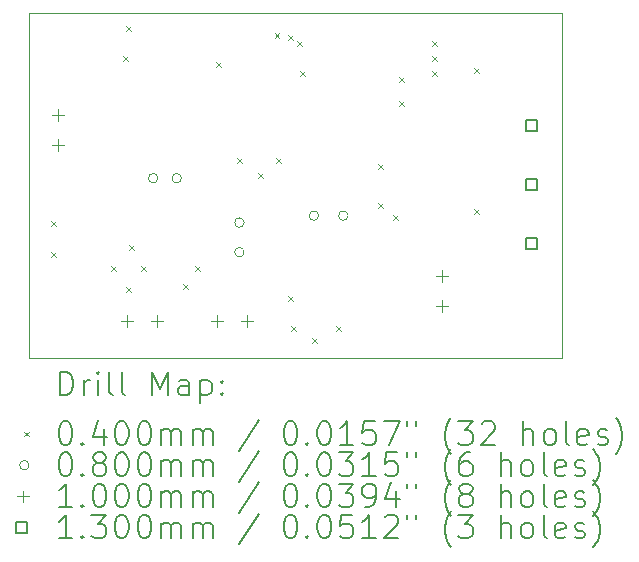
<source format=gbr>
%TF.GenerationSoftware,KiCad,Pcbnew,9.0.0-9.0.0-2~ubuntu24.04.1*%
%TF.CreationDate,2025-03-29T11:10:48-07:00*%
%TF.ProjectId,aud_chain2,6175645f-6368-4616-996e-322e6b696361,rev?*%
%TF.SameCoordinates,Original*%
%TF.FileFunction,Drillmap*%
%TF.FilePolarity,Positive*%
%FSLAX45Y45*%
G04 Gerber Fmt 4.5, Leading zero omitted, Abs format (unit mm)*
G04 Created by KiCad (PCBNEW 9.0.0-9.0.0-2~ubuntu24.04.1) date 2025-03-29 11:10:48*
%MOMM*%
%LPD*%
G01*
G04 APERTURE LIST*
%ADD10C,0.050000*%
%ADD11C,0.200000*%
%ADD12C,0.100000*%
%ADD13C,0.130000*%
G04 APERTURE END LIST*
D10*
X5080000Y-12700000D02*
X9588500Y-12700000D01*
X9588500Y-15621000D01*
X5080000Y-15621000D01*
X5080000Y-12700000D01*
D11*
D12*
X5263200Y-14458000D02*
X5303200Y-14498000D01*
X5303200Y-14458000D02*
X5263200Y-14498000D01*
X5263200Y-14724700D02*
X5303200Y-14764700D01*
X5303200Y-14724700D02*
X5263200Y-14764700D01*
X5771200Y-14839000D02*
X5811200Y-14879000D01*
X5811200Y-14839000D02*
X5771200Y-14879000D01*
X5872800Y-13061000D02*
X5912800Y-13101000D01*
X5912800Y-13061000D02*
X5872800Y-13101000D01*
X5898200Y-12807000D02*
X5938200Y-12847000D01*
X5938200Y-12807000D02*
X5898200Y-12847000D01*
X5898200Y-15016800D02*
X5938200Y-15056800D01*
X5938200Y-15016800D02*
X5898200Y-15056800D01*
X5923600Y-14661200D02*
X5963600Y-14701200D01*
X5963600Y-14661200D02*
X5923600Y-14701200D01*
X6025200Y-14839000D02*
X6065200Y-14879000D01*
X6065200Y-14839000D02*
X6025200Y-14879000D01*
X6380800Y-14991400D02*
X6420800Y-15031400D01*
X6420800Y-14991400D02*
X6380800Y-15031400D01*
X6482400Y-14839000D02*
X6522400Y-14879000D01*
X6522400Y-14839000D02*
X6482400Y-14879000D01*
X6660200Y-13111800D02*
X6700200Y-13151800D01*
X6700200Y-13111800D02*
X6660200Y-13151800D01*
X6838000Y-13924600D02*
X6878000Y-13964600D01*
X6878000Y-13924600D02*
X6838000Y-13964600D01*
X7015800Y-14051600D02*
X7055800Y-14091600D01*
X7055800Y-14051600D02*
X7015800Y-14091600D01*
X7155500Y-12870500D02*
X7195500Y-12910500D01*
X7195500Y-12870500D02*
X7155500Y-12910500D01*
X7168200Y-13924600D02*
X7208200Y-13964600D01*
X7208200Y-13924600D02*
X7168200Y-13964600D01*
X7269800Y-12883200D02*
X7309800Y-12923200D01*
X7309800Y-12883200D02*
X7269800Y-12923200D01*
X7269800Y-15093000D02*
X7309800Y-15133000D01*
X7309800Y-15093000D02*
X7269800Y-15133000D01*
X7295200Y-15347000D02*
X7335200Y-15387000D01*
X7335200Y-15347000D02*
X7295200Y-15387000D01*
X7346000Y-12934000D02*
X7386000Y-12974000D01*
X7386000Y-12934000D02*
X7346000Y-12974000D01*
X7371400Y-13188000D02*
X7411400Y-13228000D01*
X7411400Y-13188000D02*
X7371400Y-13228000D01*
X7473000Y-15448600D02*
X7513000Y-15488600D01*
X7513000Y-15448600D02*
X7473000Y-15488600D01*
X7676200Y-15347000D02*
X7716200Y-15387000D01*
X7716200Y-15347000D02*
X7676200Y-15387000D01*
X8031800Y-13975400D02*
X8071800Y-14015400D01*
X8071800Y-13975400D02*
X8031800Y-14015400D01*
X8031800Y-14305600D02*
X8071800Y-14345600D01*
X8071800Y-14305600D02*
X8031800Y-14345600D01*
X8158800Y-14407200D02*
X8198800Y-14447200D01*
X8198800Y-14407200D02*
X8158800Y-14447200D01*
X8209600Y-13238800D02*
X8249600Y-13278800D01*
X8249600Y-13238800D02*
X8209600Y-13278800D01*
X8209600Y-13442000D02*
X8249600Y-13482000D01*
X8249600Y-13442000D02*
X8209600Y-13482000D01*
X8489000Y-12934000D02*
X8529000Y-12974000D01*
X8529000Y-12934000D02*
X8489000Y-12974000D01*
X8489000Y-13061000D02*
X8529000Y-13101000D01*
X8529000Y-13061000D02*
X8489000Y-13101000D01*
X8489000Y-13188000D02*
X8529000Y-13228000D01*
X8529000Y-13188000D02*
X8489000Y-13228000D01*
X8844600Y-13162600D02*
X8884600Y-13202600D01*
X8884600Y-13162600D02*
X8844600Y-13202600D01*
X8844600Y-14356400D02*
X8884600Y-14396400D01*
X8884600Y-14356400D02*
X8844600Y-14396400D01*
X6167489Y-14097000D02*
G75*
G02*
X6087489Y-14097000I-40000J0D01*
G01*
X6087489Y-14097000D02*
G75*
G02*
X6167489Y-14097000I40000J0D01*
G01*
X6367489Y-14097000D02*
G75*
G02*
X6287489Y-14097000I-40000J0D01*
G01*
X6287489Y-14097000D02*
G75*
G02*
X6367489Y-14097000I40000J0D01*
G01*
X6898000Y-14473238D02*
G75*
G02*
X6818000Y-14473238I-40000J0D01*
G01*
X6818000Y-14473238D02*
G75*
G02*
X6898000Y-14473238I40000J0D01*
G01*
X6898000Y-14723238D02*
G75*
G02*
X6818000Y-14723238I-40000J0D01*
G01*
X6818000Y-14723238D02*
G75*
G02*
X6898000Y-14723238I40000J0D01*
G01*
X7528238Y-14414500D02*
G75*
G02*
X7448238Y-14414500I-40000J0D01*
G01*
X7448238Y-14414500D02*
G75*
G02*
X7528238Y-14414500I40000J0D01*
G01*
X7778238Y-14414500D02*
G75*
G02*
X7698238Y-14414500I-40000J0D01*
G01*
X7698238Y-14414500D02*
G75*
G02*
X7778238Y-14414500I40000J0D01*
G01*
X5321300Y-13513100D02*
X5321300Y-13613100D01*
X5271300Y-13563100D02*
X5371300Y-13563100D01*
X5321300Y-13767100D02*
X5321300Y-13867100D01*
X5271300Y-13817100D02*
X5371300Y-13817100D01*
X5905000Y-15253500D02*
X5905000Y-15353500D01*
X5855000Y-15303500D02*
X5955000Y-15303500D01*
X6159000Y-15253500D02*
X6159000Y-15353500D01*
X6109000Y-15303500D02*
X6209000Y-15303500D01*
X6668000Y-15253500D02*
X6668000Y-15353500D01*
X6618000Y-15303500D02*
X6718000Y-15303500D01*
X6922000Y-15253500D02*
X6922000Y-15353500D01*
X6872000Y-15303500D02*
X6972000Y-15303500D01*
X8572500Y-14873000D02*
X8572500Y-14973000D01*
X8522500Y-14923000D02*
X8622500Y-14923000D01*
X8572500Y-15127000D02*
X8572500Y-15227000D01*
X8522500Y-15177000D02*
X8622500Y-15177000D01*
D13*
X9380462Y-13698462D02*
X9380462Y-13606538D01*
X9288538Y-13606538D01*
X9288538Y-13698462D01*
X9380462Y-13698462D01*
X9380462Y-14198462D02*
X9380462Y-14106538D01*
X9288538Y-14106538D01*
X9288538Y-14198462D01*
X9380462Y-14198462D01*
X9380462Y-14698462D02*
X9380462Y-14606538D01*
X9288538Y-14606538D01*
X9288538Y-14698462D01*
X9380462Y-14698462D01*
D11*
X5338277Y-15934984D02*
X5338277Y-15734984D01*
X5338277Y-15734984D02*
X5385896Y-15734984D01*
X5385896Y-15734984D02*
X5414467Y-15744508D01*
X5414467Y-15744508D02*
X5433515Y-15763555D01*
X5433515Y-15763555D02*
X5443039Y-15782603D01*
X5443039Y-15782603D02*
X5452563Y-15820698D01*
X5452563Y-15820698D02*
X5452563Y-15849269D01*
X5452563Y-15849269D02*
X5443039Y-15887365D01*
X5443039Y-15887365D02*
X5433515Y-15906412D01*
X5433515Y-15906412D02*
X5414467Y-15925460D01*
X5414467Y-15925460D02*
X5385896Y-15934984D01*
X5385896Y-15934984D02*
X5338277Y-15934984D01*
X5538277Y-15934984D02*
X5538277Y-15801650D01*
X5538277Y-15839746D02*
X5547801Y-15820698D01*
X5547801Y-15820698D02*
X5557324Y-15811174D01*
X5557324Y-15811174D02*
X5576372Y-15801650D01*
X5576372Y-15801650D02*
X5595420Y-15801650D01*
X5662086Y-15934984D02*
X5662086Y-15801650D01*
X5662086Y-15734984D02*
X5652562Y-15744508D01*
X5652562Y-15744508D02*
X5662086Y-15754031D01*
X5662086Y-15754031D02*
X5671610Y-15744508D01*
X5671610Y-15744508D02*
X5662086Y-15734984D01*
X5662086Y-15734984D02*
X5662086Y-15754031D01*
X5785896Y-15934984D02*
X5766848Y-15925460D01*
X5766848Y-15925460D02*
X5757324Y-15906412D01*
X5757324Y-15906412D02*
X5757324Y-15734984D01*
X5890658Y-15934984D02*
X5871610Y-15925460D01*
X5871610Y-15925460D02*
X5862086Y-15906412D01*
X5862086Y-15906412D02*
X5862086Y-15734984D01*
X6119229Y-15934984D02*
X6119229Y-15734984D01*
X6119229Y-15734984D02*
X6185896Y-15877841D01*
X6185896Y-15877841D02*
X6252562Y-15734984D01*
X6252562Y-15734984D02*
X6252562Y-15934984D01*
X6433515Y-15934984D02*
X6433515Y-15830222D01*
X6433515Y-15830222D02*
X6423991Y-15811174D01*
X6423991Y-15811174D02*
X6404943Y-15801650D01*
X6404943Y-15801650D02*
X6366848Y-15801650D01*
X6366848Y-15801650D02*
X6347801Y-15811174D01*
X6433515Y-15925460D02*
X6414467Y-15934984D01*
X6414467Y-15934984D02*
X6366848Y-15934984D01*
X6366848Y-15934984D02*
X6347801Y-15925460D01*
X6347801Y-15925460D02*
X6338277Y-15906412D01*
X6338277Y-15906412D02*
X6338277Y-15887365D01*
X6338277Y-15887365D02*
X6347801Y-15868317D01*
X6347801Y-15868317D02*
X6366848Y-15858793D01*
X6366848Y-15858793D02*
X6414467Y-15858793D01*
X6414467Y-15858793D02*
X6433515Y-15849269D01*
X6528753Y-15801650D02*
X6528753Y-16001650D01*
X6528753Y-15811174D02*
X6547801Y-15801650D01*
X6547801Y-15801650D02*
X6585896Y-15801650D01*
X6585896Y-15801650D02*
X6604943Y-15811174D01*
X6604943Y-15811174D02*
X6614467Y-15820698D01*
X6614467Y-15820698D02*
X6623991Y-15839746D01*
X6623991Y-15839746D02*
X6623991Y-15896888D01*
X6623991Y-15896888D02*
X6614467Y-15915936D01*
X6614467Y-15915936D02*
X6604943Y-15925460D01*
X6604943Y-15925460D02*
X6585896Y-15934984D01*
X6585896Y-15934984D02*
X6547801Y-15934984D01*
X6547801Y-15934984D02*
X6528753Y-15925460D01*
X6709705Y-15915936D02*
X6719229Y-15925460D01*
X6719229Y-15925460D02*
X6709705Y-15934984D01*
X6709705Y-15934984D02*
X6700182Y-15925460D01*
X6700182Y-15925460D02*
X6709705Y-15915936D01*
X6709705Y-15915936D02*
X6709705Y-15934984D01*
X6709705Y-15811174D02*
X6719229Y-15820698D01*
X6719229Y-15820698D02*
X6709705Y-15830222D01*
X6709705Y-15830222D02*
X6700182Y-15820698D01*
X6700182Y-15820698D02*
X6709705Y-15811174D01*
X6709705Y-15811174D02*
X6709705Y-15830222D01*
D12*
X5037500Y-16243500D02*
X5077500Y-16283500D01*
X5077500Y-16243500D02*
X5037500Y-16283500D01*
D11*
X5376372Y-16154984D02*
X5395420Y-16154984D01*
X5395420Y-16154984D02*
X5414467Y-16164508D01*
X5414467Y-16164508D02*
X5423991Y-16174031D01*
X5423991Y-16174031D02*
X5433515Y-16193079D01*
X5433515Y-16193079D02*
X5443039Y-16231174D01*
X5443039Y-16231174D02*
X5443039Y-16278793D01*
X5443039Y-16278793D02*
X5433515Y-16316888D01*
X5433515Y-16316888D02*
X5423991Y-16335936D01*
X5423991Y-16335936D02*
X5414467Y-16345460D01*
X5414467Y-16345460D02*
X5395420Y-16354984D01*
X5395420Y-16354984D02*
X5376372Y-16354984D01*
X5376372Y-16354984D02*
X5357324Y-16345460D01*
X5357324Y-16345460D02*
X5347801Y-16335936D01*
X5347801Y-16335936D02*
X5338277Y-16316888D01*
X5338277Y-16316888D02*
X5328753Y-16278793D01*
X5328753Y-16278793D02*
X5328753Y-16231174D01*
X5328753Y-16231174D02*
X5338277Y-16193079D01*
X5338277Y-16193079D02*
X5347801Y-16174031D01*
X5347801Y-16174031D02*
X5357324Y-16164508D01*
X5357324Y-16164508D02*
X5376372Y-16154984D01*
X5528753Y-16335936D02*
X5538277Y-16345460D01*
X5538277Y-16345460D02*
X5528753Y-16354984D01*
X5528753Y-16354984D02*
X5519229Y-16345460D01*
X5519229Y-16345460D02*
X5528753Y-16335936D01*
X5528753Y-16335936D02*
X5528753Y-16354984D01*
X5709705Y-16221650D02*
X5709705Y-16354984D01*
X5662086Y-16145460D02*
X5614467Y-16288317D01*
X5614467Y-16288317D02*
X5738277Y-16288317D01*
X5852562Y-16154984D02*
X5871610Y-16154984D01*
X5871610Y-16154984D02*
X5890658Y-16164508D01*
X5890658Y-16164508D02*
X5900182Y-16174031D01*
X5900182Y-16174031D02*
X5909705Y-16193079D01*
X5909705Y-16193079D02*
X5919229Y-16231174D01*
X5919229Y-16231174D02*
X5919229Y-16278793D01*
X5919229Y-16278793D02*
X5909705Y-16316888D01*
X5909705Y-16316888D02*
X5900182Y-16335936D01*
X5900182Y-16335936D02*
X5890658Y-16345460D01*
X5890658Y-16345460D02*
X5871610Y-16354984D01*
X5871610Y-16354984D02*
X5852562Y-16354984D01*
X5852562Y-16354984D02*
X5833515Y-16345460D01*
X5833515Y-16345460D02*
X5823991Y-16335936D01*
X5823991Y-16335936D02*
X5814467Y-16316888D01*
X5814467Y-16316888D02*
X5804943Y-16278793D01*
X5804943Y-16278793D02*
X5804943Y-16231174D01*
X5804943Y-16231174D02*
X5814467Y-16193079D01*
X5814467Y-16193079D02*
X5823991Y-16174031D01*
X5823991Y-16174031D02*
X5833515Y-16164508D01*
X5833515Y-16164508D02*
X5852562Y-16154984D01*
X6043039Y-16154984D02*
X6062086Y-16154984D01*
X6062086Y-16154984D02*
X6081134Y-16164508D01*
X6081134Y-16164508D02*
X6090658Y-16174031D01*
X6090658Y-16174031D02*
X6100182Y-16193079D01*
X6100182Y-16193079D02*
X6109705Y-16231174D01*
X6109705Y-16231174D02*
X6109705Y-16278793D01*
X6109705Y-16278793D02*
X6100182Y-16316888D01*
X6100182Y-16316888D02*
X6090658Y-16335936D01*
X6090658Y-16335936D02*
X6081134Y-16345460D01*
X6081134Y-16345460D02*
X6062086Y-16354984D01*
X6062086Y-16354984D02*
X6043039Y-16354984D01*
X6043039Y-16354984D02*
X6023991Y-16345460D01*
X6023991Y-16345460D02*
X6014467Y-16335936D01*
X6014467Y-16335936D02*
X6004943Y-16316888D01*
X6004943Y-16316888D02*
X5995420Y-16278793D01*
X5995420Y-16278793D02*
X5995420Y-16231174D01*
X5995420Y-16231174D02*
X6004943Y-16193079D01*
X6004943Y-16193079D02*
X6014467Y-16174031D01*
X6014467Y-16174031D02*
X6023991Y-16164508D01*
X6023991Y-16164508D02*
X6043039Y-16154984D01*
X6195420Y-16354984D02*
X6195420Y-16221650D01*
X6195420Y-16240698D02*
X6204943Y-16231174D01*
X6204943Y-16231174D02*
X6223991Y-16221650D01*
X6223991Y-16221650D02*
X6252563Y-16221650D01*
X6252563Y-16221650D02*
X6271610Y-16231174D01*
X6271610Y-16231174D02*
X6281134Y-16250222D01*
X6281134Y-16250222D02*
X6281134Y-16354984D01*
X6281134Y-16250222D02*
X6290658Y-16231174D01*
X6290658Y-16231174D02*
X6309705Y-16221650D01*
X6309705Y-16221650D02*
X6338277Y-16221650D01*
X6338277Y-16221650D02*
X6357324Y-16231174D01*
X6357324Y-16231174D02*
X6366848Y-16250222D01*
X6366848Y-16250222D02*
X6366848Y-16354984D01*
X6462086Y-16354984D02*
X6462086Y-16221650D01*
X6462086Y-16240698D02*
X6471610Y-16231174D01*
X6471610Y-16231174D02*
X6490658Y-16221650D01*
X6490658Y-16221650D02*
X6519229Y-16221650D01*
X6519229Y-16221650D02*
X6538277Y-16231174D01*
X6538277Y-16231174D02*
X6547801Y-16250222D01*
X6547801Y-16250222D02*
X6547801Y-16354984D01*
X6547801Y-16250222D02*
X6557324Y-16231174D01*
X6557324Y-16231174D02*
X6576372Y-16221650D01*
X6576372Y-16221650D02*
X6604943Y-16221650D01*
X6604943Y-16221650D02*
X6623991Y-16231174D01*
X6623991Y-16231174D02*
X6633515Y-16250222D01*
X6633515Y-16250222D02*
X6633515Y-16354984D01*
X7023991Y-16145460D02*
X6852563Y-16402603D01*
X7281134Y-16154984D02*
X7300182Y-16154984D01*
X7300182Y-16154984D02*
X7319229Y-16164508D01*
X7319229Y-16164508D02*
X7328753Y-16174031D01*
X7328753Y-16174031D02*
X7338277Y-16193079D01*
X7338277Y-16193079D02*
X7347801Y-16231174D01*
X7347801Y-16231174D02*
X7347801Y-16278793D01*
X7347801Y-16278793D02*
X7338277Y-16316888D01*
X7338277Y-16316888D02*
X7328753Y-16335936D01*
X7328753Y-16335936D02*
X7319229Y-16345460D01*
X7319229Y-16345460D02*
X7300182Y-16354984D01*
X7300182Y-16354984D02*
X7281134Y-16354984D01*
X7281134Y-16354984D02*
X7262086Y-16345460D01*
X7262086Y-16345460D02*
X7252563Y-16335936D01*
X7252563Y-16335936D02*
X7243039Y-16316888D01*
X7243039Y-16316888D02*
X7233515Y-16278793D01*
X7233515Y-16278793D02*
X7233515Y-16231174D01*
X7233515Y-16231174D02*
X7243039Y-16193079D01*
X7243039Y-16193079D02*
X7252563Y-16174031D01*
X7252563Y-16174031D02*
X7262086Y-16164508D01*
X7262086Y-16164508D02*
X7281134Y-16154984D01*
X7433515Y-16335936D02*
X7443039Y-16345460D01*
X7443039Y-16345460D02*
X7433515Y-16354984D01*
X7433515Y-16354984D02*
X7423991Y-16345460D01*
X7423991Y-16345460D02*
X7433515Y-16335936D01*
X7433515Y-16335936D02*
X7433515Y-16354984D01*
X7566848Y-16154984D02*
X7585896Y-16154984D01*
X7585896Y-16154984D02*
X7604944Y-16164508D01*
X7604944Y-16164508D02*
X7614467Y-16174031D01*
X7614467Y-16174031D02*
X7623991Y-16193079D01*
X7623991Y-16193079D02*
X7633515Y-16231174D01*
X7633515Y-16231174D02*
X7633515Y-16278793D01*
X7633515Y-16278793D02*
X7623991Y-16316888D01*
X7623991Y-16316888D02*
X7614467Y-16335936D01*
X7614467Y-16335936D02*
X7604944Y-16345460D01*
X7604944Y-16345460D02*
X7585896Y-16354984D01*
X7585896Y-16354984D02*
X7566848Y-16354984D01*
X7566848Y-16354984D02*
X7547801Y-16345460D01*
X7547801Y-16345460D02*
X7538277Y-16335936D01*
X7538277Y-16335936D02*
X7528753Y-16316888D01*
X7528753Y-16316888D02*
X7519229Y-16278793D01*
X7519229Y-16278793D02*
X7519229Y-16231174D01*
X7519229Y-16231174D02*
X7528753Y-16193079D01*
X7528753Y-16193079D02*
X7538277Y-16174031D01*
X7538277Y-16174031D02*
X7547801Y-16164508D01*
X7547801Y-16164508D02*
X7566848Y-16154984D01*
X7823991Y-16354984D02*
X7709706Y-16354984D01*
X7766848Y-16354984D02*
X7766848Y-16154984D01*
X7766848Y-16154984D02*
X7747801Y-16183555D01*
X7747801Y-16183555D02*
X7728753Y-16202603D01*
X7728753Y-16202603D02*
X7709706Y-16212127D01*
X8004944Y-16154984D02*
X7909706Y-16154984D01*
X7909706Y-16154984D02*
X7900182Y-16250222D01*
X7900182Y-16250222D02*
X7909706Y-16240698D01*
X7909706Y-16240698D02*
X7928753Y-16231174D01*
X7928753Y-16231174D02*
X7976372Y-16231174D01*
X7976372Y-16231174D02*
X7995420Y-16240698D01*
X7995420Y-16240698D02*
X8004944Y-16250222D01*
X8004944Y-16250222D02*
X8014467Y-16269269D01*
X8014467Y-16269269D02*
X8014467Y-16316888D01*
X8014467Y-16316888D02*
X8004944Y-16335936D01*
X8004944Y-16335936D02*
X7995420Y-16345460D01*
X7995420Y-16345460D02*
X7976372Y-16354984D01*
X7976372Y-16354984D02*
X7928753Y-16354984D01*
X7928753Y-16354984D02*
X7909706Y-16345460D01*
X7909706Y-16345460D02*
X7900182Y-16335936D01*
X8081134Y-16154984D02*
X8214467Y-16154984D01*
X8214467Y-16154984D02*
X8128753Y-16354984D01*
X8281134Y-16154984D02*
X8281134Y-16193079D01*
X8357325Y-16154984D02*
X8357325Y-16193079D01*
X8652563Y-16431174D02*
X8643039Y-16421650D01*
X8643039Y-16421650D02*
X8623991Y-16393079D01*
X8623991Y-16393079D02*
X8614468Y-16374031D01*
X8614468Y-16374031D02*
X8604944Y-16345460D01*
X8604944Y-16345460D02*
X8595420Y-16297841D01*
X8595420Y-16297841D02*
X8595420Y-16259746D01*
X8595420Y-16259746D02*
X8604944Y-16212127D01*
X8604944Y-16212127D02*
X8614468Y-16183555D01*
X8614468Y-16183555D02*
X8623991Y-16164508D01*
X8623991Y-16164508D02*
X8643039Y-16135936D01*
X8643039Y-16135936D02*
X8652563Y-16126412D01*
X8709706Y-16154984D02*
X8833515Y-16154984D01*
X8833515Y-16154984D02*
X8766849Y-16231174D01*
X8766849Y-16231174D02*
X8795420Y-16231174D01*
X8795420Y-16231174D02*
X8814468Y-16240698D01*
X8814468Y-16240698D02*
X8823991Y-16250222D01*
X8823991Y-16250222D02*
X8833515Y-16269269D01*
X8833515Y-16269269D02*
X8833515Y-16316888D01*
X8833515Y-16316888D02*
X8823991Y-16335936D01*
X8823991Y-16335936D02*
X8814468Y-16345460D01*
X8814468Y-16345460D02*
X8795420Y-16354984D01*
X8795420Y-16354984D02*
X8738277Y-16354984D01*
X8738277Y-16354984D02*
X8719230Y-16345460D01*
X8719230Y-16345460D02*
X8709706Y-16335936D01*
X8909706Y-16174031D02*
X8919230Y-16164508D01*
X8919230Y-16164508D02*
X8938277Y-16154984D01*
X8938277Y-16154984D02*
X8985896Y-16154984D01*
X8985896Y-16154984D02*
X9004944Y-16164508D01*
X9004944Y-16164508D02*
X9014468Y-16174031D01*
X9014468Y-16174031D02*
X9023991Y-16193079D01*
X9023991Y-16193079D02*
X9023991Y-16212127D01*
X9023991Y-16212127D02*
X9014468Y-16240698D01*
X9014468Y-16240698D02*
X8900182Y-16354984D01*
X8900182Y-16354984D02*
X9023991Y-16354984D01*
X9262087Y-16354984D02*
X9262087Y-16154984D01*
X9347801Y-16354984D02*
X9347801Y-16250222D01*
X9347801Y-16250222D02*
X9338277Y-16231174D01*
X9338277Y-16231174D02*
X9319230Y-16221650D01*
X9319230Y-16221650D02*
X9290658Y-16221650D01*
X9290658Y-16221650D02*
X9271611Y-16231174D01*
X9271611Y-16231174D02*
X9262087Y-16240698D01*
X9471611Y-16354984D02*
X9452563Y-16345460D01*
X9452563Y-16345460D02*
X9443039Y-16335936D01*
X9443039Y-16335936D02*
X9433515Y-16316888D01*
X9433515Y-16316888D02*
X9433515Y-16259746D01*
X9433515Y-16259746D02*
X9443039Y-16240698D01*
X9443039Y-16240698D02*
X9452563Y-16231174D01*
X9452563Y-16231174D02*
X9471611Y-16221650D01*
X9471611Y-16221650D02*
X9500182Y-16221650D01*
X9500182Y-16221650D02*
X9519230Y-16231174D01*
X9519230Y-16231174D02*
X9528753Y-16240698D01*
X9528753Y-16240698D02*
X9538277Y-16259746D01*
X9538277Y-16259746D02*
X9538277Y-16316888D01*
X9538277Y-16316888D02*
X9528753Y-16335936D01*
X9528753Y-16335936D02*
X9519230Y-16345460D01*
X9519230Y-16345460D02*
X9500182Y-16354984D01*
X9500182Y-16354984D02*
X9471611Y-16354984D01*
X9652563Y-16354984D02*
X9633515Y-16345460D01*
X9633515Y-16345460D02*
X9623992Y-16326412D01*
X9623992Y-16326412D02*
X9623992Y-16154984D01*
X9804944Y-16345460D02*
X9785896Y-16354984D01*
X9785896Y-16354984D02*
X9747801Y-16354984D01*
X9747801Y-16354984D02*
X9728753Y-16345460D01*
X9728753Y-16345460D02*
X9719230Y-16326412D01*
X9719230Y-16326412D02*
X9719230Y-16250222D01*
X9719230Y-16250222D02*
X9728753Y-16231174D01*
X9728753Y-16231174D02*
X9747801Y-16221650D01*
X9747801Y-16221650D02*
X9785896Y-16221650D01*
X9785896Y-16221650D02*
X9804944Y-16231174D01*
X9804944Y-16231174D02*
X9814468Y-16250222D01*
X9814468Y-16250222D02*
X9814468Y-16269269D01*
X9814468Y-16269269D02*
X9719230Y-16288317D01*
X9890658Y-16345460D02*
X9909706Y-16354984D01*
X9909706Y-16354984D02*
X9947801Y-16354984D01*
X9947801Y-16354984D02*
X9966849Y-16345460D01*
X9966849Y-16345460D02*
X9976373Y-16326412D01*
X9976373Y-16326412D02*
X9976373Y-16316888D01*
X9976373Y-16316888D02*
X9966849Y-16297841D01*
X9966849Y-16297841D02*
X9947801Y-16288317D01*
X9947801Y-16288317D02*
X9919230Y-16288317D01*
X9919230Y-16288317D02*
X9900182Y-16278793D01*
X9900182Y-16278793D02*
X9890658Y-16259746D01*
X9890658Y-16259746D02*
X9890658Y-16250222D01*
X9890658Y-16250222D02*
X9900182Y-16231174D01*
X9900182Y-16231174D02*
X9919230Y-16221650D01*
X9919230Y-16221650D02*
X9947801Y-16221650D01*
X9947801Y-16221650D02*
X9966849Y-16231174D01*
X10043039Y-16431174D02*
X10052563Y-16421650D01*
X10052563Y-16421650D02*
X10071611Y-16393079D01*
X10071611Y-16393079D02*
X10081134Y-16374031D01*
X10081134Y-16374031D02*
X10090658Y-16345460D01*
X10090658Y-16345460D02*
X10100182Y-16297841D01*
X10100182Y-16297841D02*
X10100182Y-16259746D01*
X10100182Y-16259746D02*
X10090658Y-16212127D01*
X10090658Y-16212127D02*
X10081134Y-16183555D01*
X10081134Y-16183555D02*
X10071611Y-16164508D01*
X10071611Y-16164508D02*
X10052563Y-16135936D01*
X10052563Y-16135936D02*
X10043039Y-16126412D01*
D12*
X5077500Y-16527500D02*
G75*
G02*
X4997500Y-16527500I-40000J0D01*
G01*
X4997500Y-16527500D02*
G75*
G02*
X5077500Y-16527500I40000J0D01*
G01*
D11*
X5376372Y-16418984D02*
X5395420Y-16418984D01*
X5395420Y-16418984D02*
X5414467Y-16428508D01*
X5414467Y-16428508D02*
X5423991Y-16438031D01*
X5423991Y-16438031D02*
X5433515Y-16457079D01*
X5433515Y-16457079D02*
X5443039Y-16495174D01*
X5443039Y-16495174D02*
X5443039Y-16542793D01*
X5443039Y-16542793D02*
X5433515Y-16580888D01*
X5433515Y-16580888D02*
X5423991Y-16599936D01*
X5423991Y-16599936D02*
X5414467Y-16609460D01*
X5414467Y-16609460D02*
X5395420Y-16618984D01*
X5395420Y-16618984D02*
X5376372Y-16618984D01*
X5376372Y-16618984D02*
X5357324Y-16609460D01*
X5357324Y-16609460D02*
X5347801Y-16599936D01*
X5347801Y-16599936D02*
X5338277Y-16580888D01*
X5338277Y-16580888D02*
X5328753Y-16542793D01*
X5328753Y-16542793D02*
X5328753Y-16495174D01*
X5328753Y-16495174D02*
X5338277Y-16457079D01*
X5338277Y-16457079D02*
X5347801Y-16438031D01*
X5347801Y-16438031D02*
X5357324Y-16428508D01*
X5357324Y-16428508D02*
X5376372Y-16418984D01*
X5528753Y-16599936D02*
X5538277Y-16609460D01*
X5538277Y-16609460D02*
X5528753Y-16618984D01*
X5528753Y-16618984D02*
X5519229Y-16609460D01*
X5519229Y-16609460D02*
X5528753Y-16599936D01*
X5528753Y-16599936D02*
X5528753Y-16618984D01*
X5652562Y-16504698D02*
X5633515Y-16495174D01*
X5633515Y-16495174D02*
X5623991Y-16485650D01*
X5623991Y-16485650D02*
X5614467Y-16466603D01*
X5614467Y-16466603D02*
X5614467Y-16457079D01*
X5614467Y-16457079D02*
X5623991Y-16438031D01*
X5623991Y-16438031D02*
X5633515Y-16428508D01*
X5633515Y-16428508D02*
X5652562Y-16418984D01*
X5652562Y-16418984D02*
X5690658Y-16418984D01*
X5690658Y-16418984D02*
X5709705Y-16428508D01*
X5709705Y-16428508D02*
X5719229Y-16438031D01*
X5719229Y-16438031D02*
X5728753Y-16457079D01*
X5728753Y-16457079D02*
X5728753Y-16466603D01*
X5728753Y-16466603D02*
X5719229Y-16485650D01*
X5719229Y-16485650D02*
X5709705Y-16495174D01*
X5709705Y-16495174D02*
X5690658Y-16504698D01*
X5690658Y-16504698D02*
X5652562Y-16504698D01*
X5652562Y-16504698D02*
X5633515Y-16514222D01*
X5633515Y-16514222D02*
X5623991Y-16523746D01*
X5623991Y-16523746D02*
X5614467Y-16542793D01*
X5614467Y-16542793D02*
X5614467Y-16580888D01*
X5614467Y-16580888D02*
X5623991Y-16599936D01*
X5623991Y-16599936D02*
X5633515Y-16609460D01*
X5633515Y-16609460D02*
X5652562Y-16618984D01*
X5652562Y-16618984D02*
X5690658Y-16618984D01*
X5690658Y-16618984D02*
X5709705Y-16609460D01*
X5709705Y-16609460D02*
X5719229Y-16599936D01*
X5719229Y-16599936D02*
X5728753Y-16580888D01*
X5728753Y-16580888D02*
X5728753Y-16542793D01*
X5728753Y-16542793D02*
X5719229Y-16523746D01*
X5719229Y-16523746D02*
X5709705Y-16514222D01*
X5709705Y-16514222D02*
X5690658Y-16504698D01*
X5852562Y-16418984D02*
X5871610Y-16418984D01*
X5871610Y-16418984D02*
X5890658Y-16428508D01*
X5890658Y-16428508D02*
X5900182Y-16438031D01*
X5900182Y-16438031D02*
X5909705Y-16457079D01*
X5909705Y-16457079D02*
X5919229Y-16495174D01*
X5919229Y-16495174D02*
X5919229Y-16542793D01*
X5919229Y-16542793D02*
X5909705Y-16580888D01*
X5909705Y-16580888D02*
X5900182Y-16599936D01*
X5900182Y-16599936D02*
X5890658Y-16609460D01*
X5890658Y-16609460D02*
X5871610Y-16618984D01*
X5871610Y-16618984D02*
X5852562Y-16618984D01*
X5852562Y-16618984D02*
X5833515Y-16609460D01*
X5833515Y-16609460D02*
X5823991Y-16599936D01*
X5823991Y-16599936D02*
X5814467Y-16580888D01*
X5814467Y-16580888D02*
X5804943Y-16542793D01*
X5804943Y-16542793D02*
X5804943Y-16495174D01*
X5804943Y-16495174D02*
X5814467Y-16457079D01*
X5814467Y-16457079D02*
X5823991Y-16438031D01*
X5823991Y-16438031D02*
X5833515Y-16428508D01*
X5833515Y-16428508D02*
X5852562Y-16418984D01*
X6043039Y-16418984D02*
X6062086Y-16418984D01*
X6062086Y-16418984D02*
X6081134Y-16428508D01*
X6081134Y-16428508D02*
X6090658Y-16438031D01*
X6090658Y-16438031D02*
X6100182Y-16457079D01*
X6100182Y-16457079D02*
X6109705Y-16495174D01*
X6109705Y-16495174D02*
X6109705Y-16542793D01*
X6109705Y-16542793D02*
X6100182Y-16580888D01*
X6100182Y-16580888D02*
X6090658Y-16599936D01*
X6090658Y-16599936D02*
X6081134Y-16609460D01*
X6081134Y-16609460D02*
X6062086Y-16618984D01*
X6062086Y-16618984D02*
X6043039Y-16618984D01*
X6043039Y-16618984D02*
X6023991Y-16609460D01*
X6023991Y-16609460D02*
X6014467Y-16599936D01*
X6014467Y-16599936D02*
X6004943Y-16580888D01*
X6004943Y-16580888D02*
X5995420Y-16542793D01*
X5995420Y-16542793D02*
X5995420Y-16495174D01*
X5995420Y-16495174D02*
X6004943Y-16457079D01*
X6004943Y-16457079D02*
X6014467Y-16438031D01*
X6014467Y-16438031D02*
X6023991Y-16428508D01*
X6023991Y-16428508D02*
X6043039Y-16418984D01*
X6195420Y-16618984D02*
X6195420Y-16485650D01*
X6195420Y-16504698D02*
X6204943Y-16495174D01*
X6204943Y-16495174D02*
X6223991Y-16485650D01*
X6223991Y-16485650D02*
X6252563Y-16485650D01*
X6252563Y-16485650D02*
X6271610Y-16495174D01*
X6271610Y-16495174D02*
X6281134Y-16514222D01*
X6281134Y-16514222D02*
X6281134Y-16618984D01*
X6281134Y-16514222D02*
X6290658Y-16495174D01*
X6290658Y-16495174D02*
X6309705Y-16485650D01*
X6309705Y-16485650D02*
X6338277Y-16485650D01*
X6338277Y-16485650D02*
X6357324Y-16495174D01*
X6357324Y-16495174D02*
X6366848Y-16514222D01*
X6366848Y-16514222D02*
X6366848Y-16618984D01*
X6462086Y-16618984D02*
X6462086Y-16485650D01*
X6462086Y-16504698D02*
X6471610Y-16495174D01*
X6471610Y-16495174D02*
X6490658Y-16485650D01*
X6490658Y-16485650D02*
X6519229Y-16485650D01*
X6519229Y-16485650D02*
X6538277Y-16495174D01*
X6538277Y-16495174D02*
X6547801Y-16514222D01*
X6547801Y-16514222D02*
X6547801Y-16618984D01*
X6547801Y-16514222D02*
X6557324Y-16495174D01*
X6557324Y-16495174D02*
X6576372Y-16485650D01*
X6576372Y-16485650D02*
X6604943Y-16485650D01*
X6604943Y-16485650D02*
X6623991Y-16495174D01*
X6623991Y-16495174D02*
X6633515Y-16514222D01*
X6633515Y-16514222D02*
X6633515Y-16618984D01*
X7023991Y-16409460D02*
X6852563Y-16666603D01*
X7281134Y-16418984D02*
X7300182Y-16418984D01*
X7300182Y-16418984D02*
X7319229Y-16428508D01*
X7319229Y-16428508D02*
X7328753Y-16438031D01*
X7328753Y-16438031D02*
X7338277Y-16457079D01*
X7338277Y-16457079D02*
X7347801Y-16495174D01*
X7347801Y-16495174D02*
X7347801Y-16542793D01*
X7347801Y-16542793D02*
X7338277Y-16580888D01*
X7338277Y-16580888D02*
X7328753Y-16599936D01*
X7328753Y-16599936D02*
X7319229Y-16609460D01*
X7319229Y-16609460D02*
X7300182Y-16618984D01*
X7300182Y-16618984D02*
X7281134Y-16618984D01*
X7281134Y-16618984D02*
X7262086Y-16609460D01*
X7262086Y-16609460D02*
X7252563Y-16599936D01*
X7252563Y-16599936D02*
X7243039Y-16580888D01*
X7243039Y-16580888D02*
X7233515Y-16542793D01*
X7233515Y-16542793D02*
X7233515Y-16495174D01*
X7233515Y-16495174D02*
X7243039Y-16457079D01*
X7243039Y-16457079D02*
X7252563Y-16438031D01*
X7252563Y-16438031D02*
X7262086Y-16428508D01*
X7262086Y-16428508D02*
X7281134Y-16418984D01*
X7433515Y-16599936D02*
X7443039Y-16609460D01*
X7443039Y-16609460D02*
X7433515Y-16618984D01*
X7433515Y-16618984D02*
X7423991Y-16609460D01*
X7423991Y-16609460D02*
X7433515Y-16599936D01*
X7433515Y-16599936D02*
X7433515Y-16618984D01*
X7566848Y-16418984D02*
X7585896Y-16418984D01*
X7585896Y-16418984D02*
X7604944Y-16428508D01*
X7604944Y-16428508D02*
X7614467Y-16438031D01*
X7614467Y-16438031D02*
X7623991Y-16457079D01*
X7623991Y-16457079D02*
X7633515Y-16495174D01*
X7633515Y-16495174D02*
X7633515Y-16542793D01*
X7633515Y-16542793D02*
X7623991Y-16580888D01*
X7623991Y-16580888D02*
X7614467Y-16599936D01*
X7614467Y-16599936D02*
X7604944Y-16609460D01*
X7604944Y-16609460D02*
X7585896Y-16618984D01*
X7585896Y-16618984D02*
X7566848Y-16618984D01*
X7566848Y-16618984D02*
X7547801Y-16609460D01*
X7547801Y-16609460D02*
X7538277Y-16599936D01*
X7538277Y-16599936D02*
X7528753Y-16580888D01*
X7528753Y-16580888D02*
X7519229Y-16542793D01*
X7519229Y-16542793D02*
X7519229Y-16495174D01*
X7519229Y-16495174D02*
X7528753Y-16457079D01*
X7528753Y-16457079D02*
X7538277Y-16438031D01*
X7538277Y-16438031D02*
X7547801Y-16428508D01*
X7547801Y-16428508D02*
X7566848Y-16418984D01*
X7700182Y-16418984D02*
X7823991Y-16418984D01*
X7823991Y-16418984D02*
X7757325Y-16495174D01*
X7757325Y-16495174D02*
X7785896Y-16495174D01*
X7785896Y-16495174D02*
X7804944Y-16504698D01*
X7804944Y-16504698D02*
X7814467Y-16514222D01*
X7814467Y-16514222D02*
X7823991Y-16533269D01*
X7823991Y-16533269D02*
X7823991Y-16580888D01*
X7823991Y-16580888D02*
X7814467Y-16599936D01*
X7814467Y-16599936D02*
X7804944Y-16609460D01*
X7804944Y-16609460D02*
X7785896Y-16618984D01*
X7785896Y-16618984D02*
X7728753Y-16618984D01*
X7728753Y-16618984D02*
X7709706Y-16609460D01*
X7709706Y-16609460D02*
X7700182Y-16599936D01*
X8014467Y-16618984D02*
X7900182Y-16618984D01*
X7957325Y-16618984D02*
X7957325Y-16418984D01*
X7957325Y-16418984D02*
X7938277Y-16447555D01*
X7938277Y-16447555D02*
X7919229Y-16466603D01*
X7919229Y-16466603D02*
X7900182Y-16476127D01*
X8195420Y-16418984D02*
X8100182Y-16418984D01*
X8100182Y-16418984D02*
X8090658Y-16514222D01*
X8090658Y-16514222D02*
X8100182Y-16504698D01*
X8100182Y-16504698D02*
X8119229Y-16495174D01*
X8119229Y-16495174D02*
X8166848Y-16495174D01*
X8166848Y-16495174D02*
X8185896Y-16504698D01*
X8185896Y-16504698D02*
X8195420Y-16514222D01*
X8195420Y-16514222D02*
X8204944Y-16533269D01*
X8204944Y-16533269D02*
X8204944Y-16580888D01*
X8204944Y-16580888D02*
X8195420Y-16599936D01*
X8195420Y-16599936D02*
X8185896Y-16609460D01*
X8185896Y-16609460D02*
X8166848Y-16618984D01*
X8166848Y-16618984D02*
X8119229Y-16618984D01*
X8119229Y-16618984D02*
X8100182Y-16609460D01*
X8100182Y-16609460D02*
X8090658Y-16599936D01*
X8281134Y-16418984D02*
X8281134Y-16457079D01*
X8357325Y-16418984D02*
X8357325Y-16457079D01*
X8652563Y-16695174D02*
X8643039Y-16685650D01*
X8643039Y-16685650D02*
X8623991Y-16657079D01*
X8623991Y-16657079D02*
X8614468Y-16638031D01*
X8614468Y-16638031D02*
X8604944Y-16609460D01*
X8604944Y-16609460D02*
X8595420Y-16561841D01*
X8595420Y-16561841D02*
X8595420Y-16523746D01*
X8595420Y-16523746D02*
X8604944Y-16476127D01*
X8604944Y-16476127D02*
X8614468Y-16447555D01*
X8614468Y-16447555D02*
X8623991Y-16428508D01*
X8623991Y-16428508D02*
X8643039Y-16399936D01*
X8643039Y-16399936D02*
X8652563Y-16390412D01*
X8814468Y-16418984D02*
X8776372Y-16418984D01*
X8776372Y-16418984D02*
X8757325Y-16428508D01*
X8757325Y-16428508D02*
X8747801Y-16438031D01*
X8747801Y-16438031D02*
X8728753Y-16466603D01*
X8728753Y-16466603D02*
X8719230Y-16504698D01*
X8719230Y-16504698D02*
X8719230Y-16580888D01*
X8719230Y-16580888D02*
X8728753Y-16599936D01*
X8728753Y-16599936D02*
X8738277Y-16609460D01*
X8738277Y-16609460D02*
X8757325Y-16618984D01*
X8757325Y-16618984D02*
X8795420Y-16618984D01*
X8795420Y-16618984D02*
X8814468Y-16609460D01*
X8814468Y-16609460D02*
X8823991Y-16599936D01*
X8823991Y-16599936D02*
X8833515Y-16580888D01*
X8833515Y-16580888D02*
X8833515Y-16533269D01*
X8833515Y-16533269D02*
X8823991Y-16514222D01*
X8823991Y-16514222D02*
X8814468Y-16504698D01*
X8814468Y-16504698D02*
X8795420Y-16495174D01*
X8795420Y-16495174D02*
X8757325Y-16495174D01*
X8757325Y-16495174D02*
X8738277Y-16504698D01*
X8738277Y-16504698D02*
X8728753Y-16514222D01*
X8728753Y-16514222D02*
X8719230Y-16533269D01*
X9071611Y-16618984D02*
X9071611Y-16418984D01*
X9157325Y-16618984D02*
X9157325Y-16514222D01*
X9157325Y-16514222D02*
X9147801Y-16495174D01*
X9147801Y-16495174D02*
X9128753Y-16485650D01*
X9128753Y-16485650D02*
X9100182Y-16485650D01*
X9100182Y-16485650D02*
X9081134Y-16495174D01*
X9081134Y-16495174D02*
X9071611Y-16504698D01*
X9281134Y-16618984D02*
X9262087Y-16609460D01*
X9262087Y-16609460D02*
X9252563Y-16599936D01*
X9252563Y-16599936D02*
X9243039Y-16580888D01*
X9243039Y-16580888D02*
X9243039Y-16523746D01*
X9243039Y-16523746D02*
X9252563Y-16504698D01*
X9252563Y-16504698D02*
X9262087Y-16495174D01*
X9262087Y-16495174D02*
X9281134Y-16485650D01*
X9281134Y-16485650D02*
X9309706Y-16485650D01*
X9309706Y-16485650D02*
X9328753Y-16495174D01*
X9328753Y-16495174D02*
X9338277Y-16504698D01*
X9338277Y-16504698D02*
X9347801Y-16523746D01*
X9347801Y-16523746D02*
X9347801Y-16580888D01*
X9347801Y-16580888D02*
X9338277Y-16599936D01*
X9338277Y-16599936D02*
X9328753Y-16609460D01*
X9328753Y-16609460D02*
X9309706Y-16618984D01*
X9309706Y-16618984D02*
X9281134Y-16618984D01*
X9462087Y-16618984D02*
X9443039Y-16609460D01*
X9443039Y-16609460D02*
X9433515Y-16590412D01*
X9433515Y-16590412D02*
X9433515Y-16418984D01*
X9614468Y-16609460D02*
X9595420Y-16618984D01*
X9595420Y-16618984D02*
X9557325Y-16618984D01*
X9557325Y-16618984D02*
X9538277Y-16609460D01*
X9538277Y-16609460D02*
X9528753Y-16590412D01*
X9528753Y-16590412D02*
X9528753Y-16514222D01*
X9528753Y-16514222D02*
X9538277Y-16495174D01*
X9538277Y-16495174D02*
X9557325Y-16485650D01*
X9557325Y-16485650D02*
X9595420Y-16485650D01*
X9595420Y-16485650D02*
X9614468Y-16495174D01*
X9614468Y-16495174D02*
X9623992Y-16514222D01*
X9623992Y-16514222D02*
X9623992Y-16533269D01*
X9623992Y-16533269D02*
X9528753Y-16552317D01*
X9700182Y-16609460D02*
X9719230Y-16618984D01*
X9719230Y-16618984D02*
X9757325Y-16618984D01*
X9757325Y-16618984D02*
X9776373Y-16609460D01*
X9776373Y-16609460D02*
X9785896Y-16590412D01*
X9785896Y-16590412D02*
X9785896Y-16580888D01*
X9785896Y-16580888D02*
X9776373Y-16561841D01*
X9776373Y-16561841D02*
X9757325Y-16552317D01*
X9757325Y-16552317D02*
X9728753Y-16552317D01*
X9728753Y-16552317D02*
X9709706Y-16542793D01*
X9709706Y-16542793D02*
X9700182Y-16523746D01*
X9700182Y-16523746D02*
X9700182Y-16514222D01*
X9700182Y-16514222D02*
X9709706Y-16495174D01*
X9709706Y-16495174D02*
X9728753Y-16485650D01*
X9728753Y-16485650D02*
X9757325Y-16485650D01*
X9757325Y-16485650D02*
X9776373Y-16495174D01*
X9852563Y-16695174D02*
X9862087Y-16685650D01*
X9862087Y-16685650D02*
X9881134Y-16657079D01*
X9881134Y-16657079D02*
X9890658Y-16638031D01*
X9890658Y-16638031D02*
X9900182Y-16609460D01*
X9900182Y-16609460D02*
X9909706Y-16561841D01*
X9909706Y-16561841D02*
X9909706Y-16523746D01*
X9909706Y-16523746D02*
X9900182Y-16476127D01*
X9900182Y-16476127D02*
X9890658Y-16447555D01*
X9890658Y-16447555D02*
X9881134Y-16428508D01*
X9881134Y-16428508D02*
X9862087Y-16399936D01*
X9862087Y-16399936D02*
X9852563Y-16390412D01*
D12*
X5027500Y-16741500D02*
X5027500Y-16841500D01*
X4977500Y-16791500D02*
X5077500Y-16791500D01*
D11*
X5443039Y-16882984D02*
X5328753Y-16882984D01*
X5385896Y-16882984D02*
X5385896Y-16682984D01*
X5385896Y-16682984D02*
X5366848Y-16711555D01*
X5366848Y-16711555D02*
X5347801Y-16730603D01*
X5347801Y-16730603D02*
X5328753Y-16740127D01*
X5528753Y-16863936D02*
X5538277Y-16873460D01*
X5538277Y-16873460D02*
X5528753Y-16882984D01*
X5528753Y-16882984D02*
X5519229Y-16873460D01*
X5519229Y-16873460D02*
X5528753Y-16863936D01*
X5528753Y-16863936D02*
X5528753Y-16882984D01*
X5662086Y-16682984D02*
X5681134Y-16682984D01*
X5681134Y-16682984D02*
X5700182Y-16692508D01*
X5700182Y-16692508D02*
X5709705Y-16702031D01*
X5709705Y-16702031D02*
X5719229Y-16721079D01*
X5719229Y-16721079D02*
X5728753Y-16759174D01*
X5728753Y-16759174D02*
X5728753Y-16806793D01*
X5728753Y-16806793D02*
X5719229Y-16844889D01*
X5719229Y-16844889D02*
X5709705Y-16863936D01*
X5709705Y-16863936D02*
X5700182Y-16873460D01*
X5700182Y-16873460D02*
X5681134Y-16882984D01*
X5681134Y-16882984D02*
X5662086Y-16882984D01*
X5662086Y-16882984D02*
X5643039Y-16873460D01*
X5643039Y-16873460D02*
X5633515Y-16863936D01*
X5633515Y-16863936D02*
X5623991Y-16844889D01*
X5623991Y-16844889D02*
X5614467Y-16806793D01*
X5614467Y-16806793D02*
X5614467Y-16759174D01*
X5614467Y-16759174D02*
X5623991Y-16721079D01*
X5623991Y-16721079D02*
X5633515Y-16702031D01*
X5633515Y-16702031D02*
X5643039Y-16692508D01*
X5643039Y-16692508D02*
X5662086Y-16682984D01*
X5852562Y-16682984D02*
X5871610Y-16682984D01*
X5871610Y-16682984D02*
X5890658Y-16692508D01*
X5890658Y-16692508D02*
X5900182Y-16702031D01*
X5900182Y-16702031D02*
X5909705Y-16721079D01*
X5909705Y-16721079D02*
X5919229Y-16759174D01*
X5919229Y-16759174D02*
X5919229Y-16806793D01*
X5919229Y-16806793D02*
X5909705Y-16844889D01*
X5909705Y-16844889D02*
X5900182Y-16863936D01*
X5900182Y-16863936D02*
X5890658Y-16873460D01*
X5890658Y-16873460D02*
X5871610Y-16882984D01*
X5871610Y-16882984D02*
X5852562Y-16882984D01*
X5852562Y-16882984D02*
X5833515Y-16873460D01*
X5833515Y-16873460D02*
X5823991Y-16863936D01*
X5823991Y-16863936D02*
X5814467Y-16844889D01*
X5814467Y-16844889D02*
X5804943Y-16806793D01*
X5804943Y-16806793D02*
X5804943Y-16759174D01*
X5804943Y-16759174D02*
X5814467Y-16721079D01*
X5814467Y-16721079D02*
X5823991Y-16702031D01*
X5823991Y-16702031D02*
X5833515Y-16692508D01*
X5833515Y-16692508D02*
X5852562Y-16682984D01*
X6043039Y-16682984D02*
X6062086Y-16682984D01*
X6062086Y-16682984D02*
X6081134Y-16692508D01*
X6081134Y-16692508D02*
X6090658Y-16702031D01*
X6090658Y-16702031D02*
X6100182Y-16721079D01*
X6100182Y-16721079D02*
X6109705Y-16759174D01*
X6109705Y-16759174D02*
X6109705Y-16806793D01*
X6109705Y-16806793D02*
X6100182Y-16844889D01*
X6100182Y-16844889D02*
X6090658Y-16863936D01*
X6090658Y-16863936D02*
X6081134Y-16873460D01*
X6081134Y-16873460D02*
X6062086Y-16882984D01*
X6062086Y-16882984D02*
X6043039Y-16882984D01*
X6043039Y-16882984D02*
X6023991Y-16873460D01*
X6023991Y-16873460D02*
X6014467Y-16863936D01*
X6014467Y-16863936D02*
X6004943Y-16844889D01*
X6004943Y-16844889D02*
X5995420Y-16806793D01*
X5995420Y-16806793D02*
X5995420Y-16759174D01*
X5995420Y-16759174D02*
X6004943Y-16721079D01*
X6004943Y-16721079D02*
X6014467Y-16702031D01*
X6014467Y-16702031D02*
X6023991Y-16692508D01*
X6023991Y-16692508D02*
X6043039Y-16682984D01*
X6195420Y-16882984D02*
X6195420Y-16749650D01*
X6195420Y-16768698D02*
X6204943Y-16759174D01*
X6204943Y-16759174D02*
X6223991Y-16749650D01*
X6223991Y-16749650D02*
X6252563Y-16749650D01*
X6252563Y-16749650D02*
X6271610Y-16759174D01*
X6271610Y-16759174D02*
X6281134Y-16778222D01*
X6281134Y-16778222D02*
X6281134Y-16882984D01*
X6281134Y-16778222D02*
X6290658Y-16759174D01*
X6290658Y-16759174D02*
X6309705Y-16749650D01*
X6309705Y-16749650D02*
X6338277Y-16749650D01*
X6338277Y-16749650D02*
X6357324Y-16759174D01*
X6357324Y-16759174D02*
X6366848Y-16778222D01*
X6366848Y-16778222D02*
X6366848Y-16882984D01*
X6462086Y-16882984D02*
X6462086Y-16749650D01*
X6462086Y-16768698D02*
X6471610Y-16759174D01*
X6471610Y-16759174D02*
X6490658Y-16749650D01*
X6490658Y-16749650D02*
X6519229Y-16749650D01*
X6519229Y-16749650D02*
X6538277Y-16759174D01*
X6538277Y-16759174D02*
X6547801Y-16778222D01*
X6547801Y-16778222D02*
X6547801Y-16882984D01*
X6547801Y-16778222D02*
X6557324Y-16759174D01*
X6557324Y-16759174D02*
X6576372Y-16749650D01*
X6576372Y-16749650D02*
X6604943Y-16749650D01*
X6604943Y-16749650D02*
X6623991Y-16759174D01*
X6623991Y-16759174D02*
X6633515Y-16778222D01*
X6633515Y-16778222D02*
X6633515Y-16882984D01*
X7023991Y-16673460D02*
X6852563Y-16930603D01*
X7281134Y-16682984D02*
X7300182Y-16682984D01*
X7300182Y-16682984D02*
X7319229Y-16692508D01*
X7319229Y-16692508D02*
X7328753Y-16702031D01*
X7328753Y-16702031D02*
X7338277Y-16721079D01*
X7338277Y-16721079D02*
X7347801Y-16759174D01*
X7347801Y-16759174D02*
X7347801Y-16806793D01*
X7347801Y-16806793D02*
X7338277Y-16844889D01*
X7338277Y-16844889D02*
X7328753Y-16863936D01*
X7328753Y-16863936D02*
X7319229Y-16873460D01*
X7319229Y-16873460D02*
X7300182Y-16882984D01*
X7300182Y-16882984D02*
X7281134Y-16882984D01*
X7281134Y-16882984D02*
X7262086Y-16873460D01*
X7262086Y-16873460D02*
X7252563Y-16863936D01*
X7252563Y-16863936D02*
X7243039Y-16844889D01*
X7243039Y-16844889D02*
X7233515Y-16806793D01*
X7233515Y-16806793D02*
X7233515Y-16759174D01*
X7233515Y-16759174D02*
X7243039Y-16721079D01*
X7243039Y-16721079D02*
X7252563Y-16702031D01*
X7252563Y-16702031D02*
X7262086Y-16692508D01*
X7262086Y-16692508D02*
X7281134Y-16682984D01*
X7433515Y-16863936D02*
X7443039Y-16873460D01*
X7443039Y-16873460D02*
X7433515Y-16882984D01*
X7433515Y-16882984D02*
X7423991Y-16873460D01*
X7423991Y-16873460D02*
X7433515Y-16863936D01*
X7433515Y-16863936D02*
X7433515Y-16882984D01*
X7566848Y-16682984D02*
X7585896Y-16682984D01*
X7585896Y-16682984D02*
X7604944Y-16692508D01*
X7604944Y-16692508D02*
X7614467Y-16702031D01*
X7614467Y-16702031D02*
X7623991Y-16721079D01*
X7623991Y-16721079D02*
X7633515Y-16759174D01*
X7633515Y-16759174D02*
X7633515Y-16806793D01*
X7633515Y-16806793D02*
X7623991Y-16844889D01*
X7623991Y-16844889D02*
X7614467Y-16863936D01*
X7614467Y-16863936D02*
X7604944Y-16873460D01*
X7604944Y-16873460D02*
X7585896Y-16882984D01*
X7585896Y-16882984D02*
X7566848Y-16882984D01*
X7566848Y-16882984D02*
X7547801Y-16873460D01*
X7547801Y-16873460D02*
X7538277Y-16863936D01*
X7538277Y-16863936D02*
X7528753Y-16844889D01*
X7528753Y-16844889D02*
X7519229Y-16806793D01*
X7519229Y-16806793D02*
X7519229Y-16759174D01*
X7519229Y-16759174D02*
X7528753Y-16721079D01*
X7528753Y-16721079D02*
X7538277Y-16702031D01*
X7538277Y-16702031D02*
X7547801Y-16692508D01*
X7547801Y-16692508D02*
X7566848Y-16682984D01*
X7700182Y-16682984D02*
X7823991Y-16682984D01*
X7823991Y-16682984D02*
X7757325Y-16759174D01*
X7757325Y-16759174D02*
X7785896Y-16759174D01*
X7785896Y-16759174D02*
X7804944Y-16768698D01*
X7804944Y-16768698D02*
X7814467Y-16778222D01*
X7814467Y-16778222D02*
X7823991Y-16797270D01*
X7823991Y-16797270D02*
X7823991Y-16844889D01*
X7823991Y-16844889D02*
X7814467Y-16863936D01*
X7814467Y-16863936D02*
X7804944Y-16873460D01*
X7804944Y-16873460D02*
X7785896Y-16882984D01*
X7785896Y-16882984D02*
X7728753Y-16882984D01*
X7728753Y-16882984D02*
X7709706Y-16873460D01*
X7709706Y-16873460D02*
X7700182Y-16863936D01*
X7919229Y-16882984D02*
X7957325Y-16882984D01*
X7957325Y-16882984D02*
X7976372Y-16873460D01*
X7976372Y-16873460D02*
X7985896Y-16863936D01*
X7985896Y-16863936D02*
X8004944Y-16835365D01*
X8004944Y-16835365D02*
X8014467Y-16797270D01*
X8014467Y-16797270D02*
X8014467Y-16721079D01*
X8014467Y-16721079D02*
X8004944Y-16702031D01*
X8004944Y-16702031D02*
X7995420Y-16692508D01*
X7995420Y-16692508D02*
X7976372Y-16682984D01*
X7976372Y-16682984D02*
X7938277Y-16682984D01*
X7938277Y-16682984D02*
X7919229Y-16692508D01*
X7919229Y-16692508D02*
X7909706Y-16702031D01*
X7909706Y-16702031D02*
X7900182Y-16721079D01*
X7900182Y-16721079D02*
X7900182Y-16768698D01*
X7900182Y-16768698D02*
X7909706Y-16787746D01*
X7909706Y-16787746D02*
X7919229Y-16797270D01*
X7919229Y-16797270D02*
X7938277Y-16806793D01*
X7938277Y-16806793D02*
X7976372Y-16806793D01*
X7976372Y-16806793D02*
X7995420Y-16797270D01*
X7995420Y-16797270D02*
X8004944Y-16787746D01*
X8004944Y-16787746D02*
X8014467Y-16768698D01*
X8185896Y-16749650D02*
X8185896Y-16882984D01*
X8138277Y-16673460D02*
X8090658Y-16816317D01*
X8090658Y-16816317D02*
X8214467Y-16816317D01*
X8281134Y-16682984D02*
X8281134Y-16721079D01*
X8357325Y-16682984D02*
X8357325Y-16721079D01*
X8652563Y-16959174D02*
X8643039Y-16949650D01*
X8643039Y-16949650D02*
X8623991Y-16921079D01*
X8623991Y-16921079D02*
X8614468Y-16902031D01*
X8614468Y-16902031D02*
X8604944Y-16873460D01*
X8604944Y-16873460D02*
X8595420Y-16825841D01*
X8595420Y-16825841D02*
X8595420Y-16787746D01*
X8595420Y-16787746D02*
X8604944Y-16740127D01*
X8604944Y-16740127D02*
X8614468Y-16711555D01*
X8614468Y-16711555D02*
X8623991Y-16692508D01*
X8623991Y-16692508D02*
X8643039Y-16663936D01*
X8643039Y-16663936D02*
X8652563Y-16654412D01*
X8757325Y-16768698D02*
X8738277Y-16759174D01*
X8738277Y-16759174D02*
X8728753Y-16749650D01*
X8728753Y-16749650D02*
X8719230Y-16730603D01*
X8719230Y-16730603D02*
X8719230Y-16721079D01*
X8719230Y-16721079D02*
X8728753Y-16702031D01*
X8728753Y-16702031D02*
X8738277Y-16692508D01*
X8738277Y-16692508D02*
X8757325Y-16682984D01*
X8757325Y-16682984D02*
X8795420Y-16682984D01*
X8795420Y-16682984D02*
X8814468Y-16692508D01*
X8814468Y-16692508D02*
X8823991Y-16702031D01*
X8823991Y-16702031D02*
X8833515Y-16721079D01*
X8833515Y-16721079D02*
X8833515Y-16730603D01*
X8833515Y-16730603D02*
X8823991Y-16749650D01*
X8823991Y-16749650D02*
X8814468Y-16759174D01*
X8814468Y-16759174D02*
X8795420Y-16768698D01*
X8795420Y-16768698D02*
X8757325Y-16768698D01*
X8757325Y-16768698D02*
X8738277Y-16778222D01*
X8738277Y-16778222D02*
X8728753Y-16787746D01*
X8728753Y-16787746D02*
X8719230Y-16806793D01*
X8719230Y-16806793D02*
X8719230Y-16844889D01*
X8719230Y-16844889D02*
X8728753Y-16863936D01*
X8728753Y-16863936D02*
X8738277Y-16873460D01*
X8738277Y-16873460D02*
X8757325Y-16882984D01*
X8757325Y-16882984D02*
X8795420Y-16882984D01*
X8795420Y-16882984D02*
X8814468Y-16873460D01*
X8814468Y-16873460D02*
X8823991Y-16863936D01*
X8823991Y-16863936D02*
X8833515Y-16844889D01*
X8833515Y-16844889D02*
X8833515Y-16806793D01*
X8833515Y-16806793D02*
X8823991Y-16787746D01*
X8823991Y-16787746D02*
X8814468Y-16778222D01*
X8814468Y-16778222D02*
X8795420Y-16768698D01*
X9071611Y-16882984D02*
X9071611Y-16682984D01*
X9157325Y-16882984D02*
X9157325Y-16778222D01*
X9157325Y-16778222D02*
X9147801Y-16759174D01*
X9147801Y-16759174D02*
X9128753Y-16749650D01*
X9128753Y-16749650D02*
X9100182Y-16749650D01*
X9100182Y-16749650D02*
X9081134Y-16759174D01*
X9081134Y-16759174D02*
X9071611Y-16768698D01*
X9281134Y-16882984D02*
X9262087Y-16873460D01*
X9262087Y-16873460D02*
X9252563Y-16863936D01*
X9252563Y-16863936D02*
X9243039Y-16844889D01*
X9243039Y-16844889D02*
X9243039Y-16787746D01*
X9243039Y-16787746D02*
X9252563Y-16768698D01*
X9252563Y-16768698D02*
X9262087Y-16759174D01*
X9262087Y-16759174D02*
X9281134Y-16749650D01*
X9281134Y-16749650D02*
X9309706Y-16749650D01*
X9309706Y-16749650D02*
X9328753Y-16759174D01*
X9328753Y-16759174D02*
X9338277Y-16768698D01*
X9338277Y-16768698D02*
X9347801Y-16787746D01*
X9347801Y-16787746D02*
X9347801Y-16844889D01*
X9347801Y-16844889D02*
X9338277Y-16863936D01*
X9338277Y-16863936D02*
X9328753Y-16873460D01*
X9328753Y-16873460D02*
X9309706Y-16882984D01*
X9309706Y-16882984D02*
X9281134Y-16882984D01*
X9462087Y-16882984D02*
X9443039Y-16873460D01*
X9443039Y-16873460D02*
X9433515Y-16854412D01*
X9433515Y-16854412D02*
X9433515Y-16682984D01*
X9614468Y-16873460D02*
X9595420Y-16882984D01*
X9595420Y-16882984D02*
X9557325Y-16882984D01*
X9557325Y-16882984D02*
X9538277Y-16873460D01*
X9538277Y-16873460D02*
X9528753Y-16854412D01*
X9528753Y-16854412D02*
X9528753Y-16778222D01*
X9528753Y-16778222D02*
X9538277Y-16759174D01*
X9538277Y-16759174D02*
X9557325Y-16749650D01*
X9557325Y-16749650D02*
X9595420Y-16749650D01*
X9595420Y-16749650D02*
X9614468Y-16759174D01*
X9614468Y-16759174D02*
X9623992Y-16778222D01*
X9623992Y-16778222D02*
X9623992Y-16797270D01*
X9623992Y-16797270D02*
X9528753Y-16816317D01*
X9700182Y-16873460D02*
X9719230Y-16882984D01*
X9719230Y-16882984D02*
X9757325Y-16882984D01*
X9757325Y-16882984D02*
X9776373Y-16873460D01*
X9776373Y-16873460D02*
X9785896Y-16854412D01*
X9785896Y-16854412D02*
X9785896Y-16844889D01*
X9785896Y-16844889D02*
X9776373Y-16825841D01*
X9776373Y-16825841D02*
X9757325Y-16816317D01*
X9757325Y-16816317D02*
X9728753Y-16816317D01*
X9728753Y-16816317D02*
X9709706Y-16806793D01*
X9709706Y-16806793D02*
X9700182Y-16787746D01*
X9700182Y-16787746D02*
X9700182Y-16778222D01*
X9700182Y-16778222D02*
X9709706Y-16759174D01*
X9709706Y-16759174D02*
X9728753Y-16749650D01*
X9728753Y-16749650D02*
X9757325Y-16749650D01*
X9757325Y-16749650D02*
X9776373Y-16759174D01*
X9852563Y-16959174D02*
X9862087Y-16949650D01*
X9862087Y-16949650D02*
X9881134Y-16921079D01*
X9881134Y-16921079D02*
X9890658Y-16902031D01*
X9890658Y-16902031D02*
X9900182Y-16873460D01*
X9900182Y-16873460D02*
X9909706Y-16825841D01*
X9909706Y-16825841D02*
X9909706Y-16787746D01*
X9909706Y-16787746D02*
X9900182Y-16740127D01*
X9900182Y-16740127D02*
X9890658Y-16711555D01*
X9890658Y-16711555D02*
X9881134Y-16692508D01*
X9881134Y-16692508D02*
X9862087Y-16663936D01*
X9862087Y-16663936D02*
X9852563Y-16654412D01*
D13*
X5058462Y-17101462D02*
X5058462Y-17009538D01*
X4966538Y-17009538D01*
X4966538Y-17101462D01*
X5058462Y-17101462D01*
D11*
X5443039Y-17146984D02*
X5328753Y-17146984D01*
X5385896Y-17146984D02*
X5385896Y-16946984D01*
X5385896Y-16946984D02*
X5366848Y-16975555D01*
X5366848Y-16975555D02*
X5347801Y-16994603D01*
X5347801Y-16994603D02*
X5328753Y-17004127D01*
X5528753Y-17127936D02*
X5538277Y-17137460D01*
X5538277Y-17137460D02*
X5528753Y-17146984D01*
X5528753Y-17146984D02*
X5519229Y-17137460D01*
X5519229Y-17137460D02*
X5528753Y-17127936D01*
X5528753Y-17127936D02*
X5528753Y-17146984D01*
X5604943Y-16946984D02*
X5728753Y-16946984D01*
X5728753Y-16946984D02*
X5662086Y-17023174D01*
X5662086Y-17023174D02*
X5690658Y-17023174D01*
X5690658Y-17023174D02*
X5709705Y-17032698D01*
X5709705Y-17032698D02*
X5719229Y-17042222D01*
X5719229Y-17042222D02*
X5728753Y-17061270D01*
X5728753Y-17061270D02*
X5728753Y-17108889D01*
X5728753Y-17108889D02*
X5719229Y-17127936D01*
X5719229Y-17127936D02*
X5709705Y-17137460D01*
X5709705Y-17137460D02*
X5690658Y-17146984D01*
X5690658Y-17146984D02*
X5633515Y-17146984D01*
X5633515Y-17146984D02*
X5614467Y-17137460D01*
X5614467Y-17137460D02*
X5604943Y-17127936D01*
X5852562Y-16946984D02*
X5871610Y-16946984D01*
X5871610Y-16946984D02*
X5890658Y-16956508D01*
X5890658Y-16956508D02*
X5900182Y-16966031D01*
X5900182Y-16966031D02*
X5909705Y-16985079D01*
X5909705Y-16985079D02*
X5919229Y-17023174D01*
X5919229Y-17023174D02*
X5919229Y-17070793D01*
X5919229Y-17070793D02*
X5909705Y-17108889D01*
X5909705Y-17108889D02*
X5900182Y-17127936D01*
X5900182Y-17127936D02*
X5890658Y-17137460D01*
X5890658Y-17137460D02*
X5871610Y-17146984D01*
X5871610Y-17146984D02*
X5852562Y-17146984D01*
X5852562Y-17146984D02*
X5833515Y-17137460D01*
X5833515Y-17137460D02*
X5823991Y-17127936D01*
X5823991Y-17127936D02*
X5814467Y-17108889D01*
X5814467Y-17108889D02*
X5804943Y-17070793D01*
X5804943Y-17070793D02*
X5804943Y-17023174D01*
X5804943Y-17023174D02*
X5814467Y-16985079D01*
X5814467Y-16985079D02*
X5823991Y-16966031D01*
X5823991Y-16966031D02*
X5833515Y-16956508D01*
X5833515Y-16956508D02*
X5852562Y-16946984D01*
X6043039Y-16946984D02*
X6062086Y-16946984D01*
X6062086Y-16946984D02*
X6081134Y-16956508D01*
X6081134Y-16956508D02*
X6090658Y-16966031D01*
X6090658Y-16966031D02*
X6100182Y-16985079D01*
X6100182Y-16985079D02*
X6109705Y-17023174D01*
X6109705Y-17023174D02*
X6109705Y-17070793D01*
X6109705Y-17070793D02*
X6100182Y-17108889D01*
X6100182Y-17108889D02*
X6090658Y-17127936D01*
X6090658Y-17127936D02*
X6081134Y-17137460D01*
X6081134Y-17137460D02*
X6062086Y-17146984D01*
X6062086Y-17146984D02*
X6043039Y-17146984D01*
X6043039Y-17146984D02*
X6023991Y-17137460D01*
X6023991Y-17137460D02*
X6014467Y-17127936D01*
X6014467Y-17127936D02*
X6004943Y-17108889D01*
X6004943Y-17108889D02*
X5995420Y-17070793D01*
X5995420Y-17070793D02*
X5995420Y-17023174D01*
X5995420Y-17023174D02*
X6004943Y-16985079D01*
X6004943Y-16985079D02*
X6014467Y-16966031D01*
X6014467Y-16966031D02*
X6023991Y-16956508D01*
X6023991Y-16956508D02*
X6043039Y-16946984D01*
X6195420Y-17146984D02*
X6195420Y-17013650D01*
X6195420Y-17032698D02*
X6204943Y-17023174D01*
X6204943Y-17023174D02*
X6223991Y-17013650D01*
X6223991Y-17013650D02*
X6252563Y-17013650D01*
X6252563Y-17013650D02*
X6271610Y-17023174D01*
X6271610Y-17023174D02*
X6281134Y-17042222D01*
X6281134Y-17042222D02*
X6281134Y-17146984D01*
X6281134Y-17042222D02*
X6290658Y-17023174D01*
X6290658Y-17023174D02*
X6309705Y-17013650D01*
X6309705Y-17013650D02*
X6338277Y-17013650D01*
X6338277Y-17013650D02*
X6357324Y-17023174D01*
X6357324Y-17023174D02*
X6366848Y-17042222D01*
X6366848Y-17042222D02*
X6366848Y-17146984D01*
X6462086Y-17146984D02*
X6462086Y-17013650D01*
X6462086Y-17032698D02*
X6471610Y-17023174D01*
X6471610Y-17023174D02*
X6490658Y-17013650D01*
X6490658Y-17013650D02*
X6519229Y-17013650D01*
X6519229Y-17013650D02*
X6538277Y-17023174D01*
X6538277Y-17023174D02*
X6547801Y-17042222D01*
X6547801Y-17042222D02*
X6547801Y-17146984D01*
X6547801Y-17042222D02*
X6557324Y-17023174D01*
X6557324Y-17023174D02*
X6576372Y-17013650D01*
X6576372Y-17013650D02*
X6604943Y-17013650D01*
X6604943Y-17013650D02*
X6623991Y-17023174D01*
X6623991Y-17023174D02*
X6633515Y-17042222D01*
X6633515Y-17042222D02*
X6633515Y-17146984D01*
X7023991Y-16937460D02*
X6852563Y-17194603D01*
X7281134Y-16946984D02*
X7300182Y-16946984D01*
X7300182Y-16946984D02*
X7319229Y-16956508D01*
X7319229Y-16956508D02*
X7328753Y-16966031D01*
X7328753Y-16966031D02*
X7338277Y-16985079D01*
X7338277Y-16985079D02*
X7347801Y-17023174D01*
X7347801Y-17023174D02*
X7347801Y-17070793D01*
X7347801Y-17070793D02*
X7338277Y-17108889D01*
X7338277Y-17108889D02*
X7328753Y-17127936D01*
X7328753Y-17127936D02*
X7319229Y-17137460D01*
X7319229Y-17137460D02*
X7300182Y-17146984D01*
X7300182Y-17146984D02*
X7281134Y-17146984D01*
X7281134Y-17146984D02*
X7262086Y-17137460D01*
X7262086Y-17137460D02*
X7252563Y-17127936D01*
X7252563Y-17127936D02*
X7243039Y-17108889D01*
X7243039Y-17108889D02*
X7233515Y-17070793D01*
X7233515Y-17070793D02*
X7233515Y-17023174D01*
X7233515Y-17023174D02*
X7243039Y-16985079D01*
X7243039Y-16985079D02*
X7252563Y-16966031D01*
X7252563Y-16966031D02*
X7262086Y-16956508D01*
X7262086Y-16956508D02*
X7281134Y-16946984D01*
X7433515Y-17127936D02*
X7443039Y-17137460D01*
X7443039Y-17137460D02*
X7433515Y-17146984D01*
X7433515Y-17146984D02*
X7423991Y-17137460D01*
X7423991Y-17137460D02*
X7433515Y-17127936D01*
X7433515Y-17127936D02*
X7433515Y-17146984D01*
X7566848Y-16946984D02*
X7585896Y-16946984D01*
X7585896Y-16946984D02*
X7604944Y-16956508D01*
X7604944Y-16956508D02*
X7614467Y-16966031D01*
X7614467Y-16966031D02*
X7623991Y-16985079D01*
X7623991Y-16985079D02*
X7633515Y-17023174D01*
X7633515Y-17023174D02*
X7633515Y-17070793D01*
X7633515Y-17070793D02*
X7623991Y-17108889D01*
X7623991Y-17108889D02*
X7614467Y-17127936D01*
X7614467Y-17127936D02*
X7604944Y-17137460D01*
X7604944Y-17137460D02*
X7585896Y-17146984D01*
X7585896Y-17146984D02*
X7566848Y-17146984D01*
X7566848Y-17146984D02*
X7547801Y-17137460D01*
X7547801Y-17137460D02*
X7538277Y-17127936D01*
X7538277Y-17127936D02*
X7528753Y-17108889D01*
X7528753Y-17108889D02*
X7519229Y-17070793D01*
X7519229Y-17070793D02*
X7519229Y-17023174D01*
X7519229Y-17023174D02*
X7528753Y-16985079D01*
X7528753Y-16985079D02*
X7538277Y-16966031D01*
X7538277Y-16966031D02*
X7547801Y-16956508D01*
X7547801Y-16956508D02*
X7566848Y-16946984D01*
X7814467Y-16946984D02*
X7719229Y-16946984D01*
X7719229Y-16946984D02*
X7709706Y-17042222D01*
X7709706Y-17042222D02*
X7719229Y-17032698D01*
X7719229Y-17032698D02*
X7738277Y-17023174D01*
X7738277Y-17023174D02*
X7785896Y-17023174D01*
X7785896Y-17023174D02*
X7804944Y-17032698D01*
X7804944Y-17032698D02*
X7814467Y-17042222D01*
X7814467Y-17042222D02*
X7823991Y-17061270D01*
X7823991Y-17061270D02*
X7823991Y-17108889D01*
X7823991Y-17108889D02*
X7814467Y-17127936D01*
X7814467Y-17127936D02*
X7804944Y-17137460D01*
X7804944Y-17137460D02*
X7785896Y-17146984D01*
X7785896Y-17146984D02*
X7738277Y-17146984D01*
X7738277Y-17146984D02*
X7719229Y-17137460D01*
X7719229Y-17137460D02*
X7709706Y-17127936D01*
X8014467Y-17146984D02*
X7900182Y-17146984D01*
X7957325Y-17146984D02*
X7957325Y-16946984D01*
X7957325Y-16946984D02*
X7938277Y-16975555D01*
X7938277Y-16975555D02*
X7919229Y-16994603D01*
X7919229Y-16994603D02*
X7900182Y-17004127D01*
X8090658Y-16966031D02*
X8100182Y-16956508D01*
X8100182Y-16956508D02*
X8119229Y-16946984D01*
X8119229Y-16946984D02*
X8166848Y-16946984D01*
X8166848Y-16946984D02*
X8185896Y-16956508D01*
X8185896Y-16956508D02*
X8195420Y-16966031D01*
X8195420Y-16966031D02*
X8204944Y-16985079D01*
X8204944Y-16985079D02*
X8204944Y-17004127D01*
X8204944Y-17004127D02*
X8195420Y-17032698D01*
X8195420Y-17032698D02*
X8081134Y-17146984D01*
X8081134Y-17146984D02*
X8204944Y-17146984D01*
X8281134Y-16946984D02*
X8281134Y-16985079D01*
X8357325Y-16946984D02*
X8357325Y-16985079D01*
X8652563Y-17223174D02*
X8643039Y-17213650D01*
X8643039Y-17213650D02*
X8623991Y-17185079D01*
X8623991Y-17185079D02*
X8614468Y-17166031D01*
X8614468Y-17166031D02*
X8604944Y-17137460D01*
X8604944Y-17137460D02*
X8595420Y-17089841D01*
X8595420Y-17089841D02*
X8595420Y-17051746D01*
X8595420Y-17051746D02*
X8604944Y-17004127D01*
X8604944Y-17004127D02*
X8614468Y-16975555D01*
X8614468Y-16975555D02*
X8623991Y-16956508D01*
X8623991Y-16956508D02*
X8643039Y-16927936D01*
X8643039Y-16927936D02*
X8652563Y-16918412D01*
X8709706Y-16946984D02*
X8833515Y-16946984D01*
X8833515Y-16946984D02*
X8766849Y-17023174D01*
X8766849Y-17023174D02*
X8795420Y-17023174D01*
X8795420Y-17023174D02*
X8814468Y-17032698D01*
X8814468Y-17032698D02*
X8823991Y-17042222D01*
X8823991Y-17042222D02*
X8833515Y-17061270D01*
X8833515Y-17061270D02*
X8833515Y-17108889D01*
X8833515Y-17108889D02*
X8823991Y-17127936D01*
X8823991Y-17127936D02*
X8814468Y-17137460D01*
X8814468Y-17137460D02*
X8795420Y-17146984D01*
X8795420Y-17146984D02*
X8738277Y-17146984D01*
X8738277Y-17146984D02*
X8719230Y-17137460D01*
X8719230Y-17137460D02*
X8709706Y-17127936D01*
X9071611Y-17146984D02*
X9071611Y-16946984D01*
X9157325Y-17146984D02*
X9157325Y-17042222D01*
X9157325Y-17042222D02*
X9147801Y-17023174D01*
X9147801Y-17023174D02*
X9128753Y-17013650D01*
X9128753Y-17013650D02*
X9100182Y-17013650D01*
X9100182Y-17013650D02*
X9081134Y-17023174D01*
X9081134Y-17023174D02*
X9071611Y-17032698D01*
X9281134Y-17146984D02*
X9262087Y-17137460D01*
X9262087Y-17137460D02*
X9252563Y-17127936D01*
X9252563Y-17127936D02*
X9243039Y-17108889D01*
X9243039Y-17108889D02*
X9243039Y-17051746D01*
X9243039Y-17051746D02*
X9252563Y-17032698D01*
X9252563Y-17032698D02*
X9262087Y-17023174D01*
X9262087Y-17023174D02*
X9281134Y-17013650D01*
X9281134Y-17013650D02*
X9309706Y-17013650D01*
X9309706Y-17013650D02*
X9328753Y-17023174D01*
X9328753Y-17023174D02*
X9338277Y-17032698D01*
X9338277Y-17032698D02*
X9347801Y-17051746D01*
X9347801Y-17051746D02*
X9347801Y-17108889D01*
X9347801Y-17108889D02*
X9338277Y-17127936D01*
X9338277Y-17127936D02*
X9328753Y-17137460D01*
X9328753Y-17137460D02*
X9309706Y-17146984D01*
X9309706Y-17146984D02*
X9281134Y-17146984D01*
X9462087Y-17146984D02*
X9443039Y-17137460D01*
X9443039Y-17137460D02*
X9433515Y-17118412D01*
X9433515Y-17118412D02*
X9433515Y-16946984D01*
X9614468Y-17137460D02*
X9595420Y-17146984D01*
X9595420Y-17146984D02*
X9557325Y-17146984D01*
X9557325Y-17146984D02*
X9538277Y-17137460D01*
X9538277Y-17137460D02*
X9528753Y-17118412D01*
X9528753Y-17118412D02*
X9528753Y-17042222D01*
X9528753Y-17042222D02*
X9538277Y-17023174D01*
X9538277Y-17023174D02*
X9557325Y-17013650D01*
X9557325Y-17013650D02*
X9595420Y-17013650D01*
X9595420Y-17013650D02*
X9614468Y-17023174D01*
X9614468Y-17023174D02*
X9623992Y-17042222D01*
X9623992Y-17042222D02*
X9623992Y-17061270D01*
X9623992Y-17061270D02*
X9528753Y-17080317D01*
X9700182Y-17137460D02*
X9719230Y-17146984D01*
X9719230Y-17146984D02*
X9757325Y-17146984D01*
X9757325Y-17146984D02*
X9776373Y-17137460D01*
X9776373Y-17137460D02*
X9785896Y-17118412D01*
X9785896Y-17118412D02*
X9785896Y-17108889D01*
X9785896Y-17108889D02*
X9776373Y-17089841D01*
X9776373Y-17089841D02*
X9757325Y-17080317D01*
X9757325Y-17080317D02*
X9728753Y-17080317D01*
X9728753Y-17080317D02*
X9709706Y-17070793D01*
X9709706Y-17070793D02*
X9700182Y-17051746D01*
X9700182Y-17051746D02*
X9700182Y-17042222D01*
X9700182Y-17042222D02*
X9709706Y-17023174D01*
X9709706Y-17023174D02*
X9728753Y-17013650D01*
X9728753Y-17013650D02*
X9757325Y-17013650D01*
X9757325Y-17013650D02*
X9776373Y-17023174D01*
X9852563Y-17223174D02*
X9862087Y-17213650D01*
X9862087Y-17213650D02*
X9881134Y-17185079D01*
X9881134Y-17185079D02*
X9890658Y-17166031D01*
X9890658Y-17166031D02*
X9900182Y-17137460D01*
X9900182Y-17137460D02*
X9909706Y-17089841D01*
X9909706Y-17089841D02*
X9909706Y-17051746D01*
X9909706Y-17051746D02*
X9900182Y-17004127D01*
X9900182Y-17004127D02*
X9890658Y-16975555D01*
X9890658Y-16975555D02*
X9881134Y-16956508D01*
X9881134Y-16956508D02*
X9862087Y-16927936D01*
X9862087Y-16927936D02*
X9852563Y-16918412D01*
M02*

</source>
